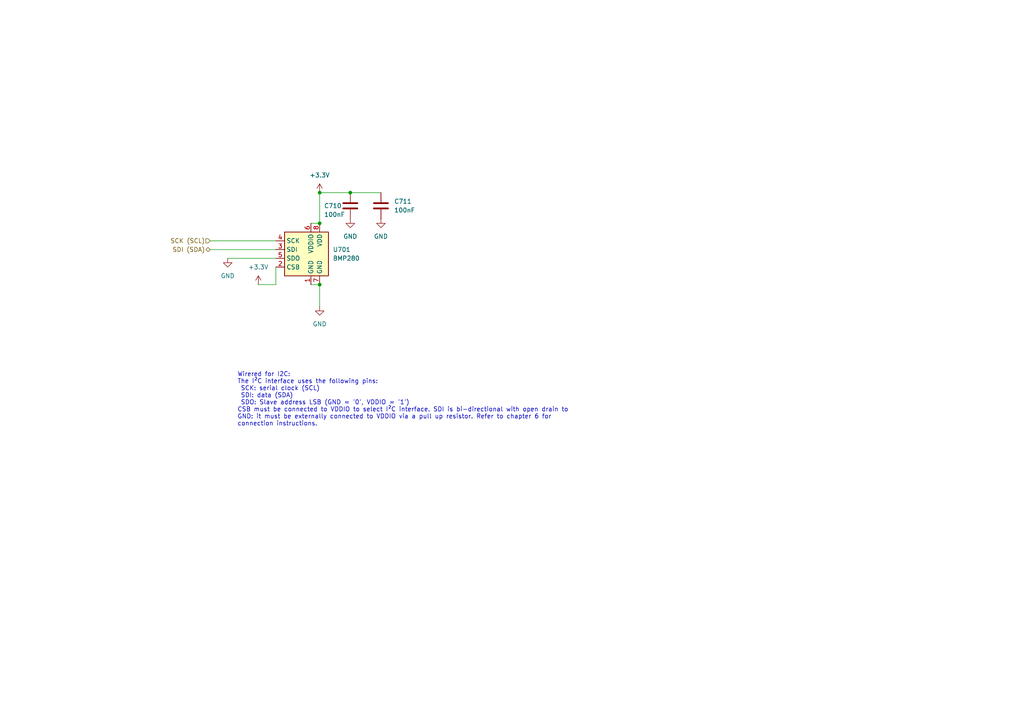
<source format=kicad_sch>
(kicad_sch (version 20250114) (generator "eeschema") (generator_version "9.0")
  (paper "A4")
  (lib_symbols
    (symbol "Device:C" (pin_numbers (hide yes)) (pin_names (offset 0.254))
      (property "Reference" "C" (at 0.635 2.54 0))
      (property "Value" "C" (at 0.635 -2.54 0))
      (symbol "C_0_1"
        (polyline (pts (xy -2.032 0.762) (xy 2.032 0.762)) (stroke (width 0.508)))
        (polyline (pts (xy -2.032 -0.762) (xy 2.032 -0.762)) (stroke (width 0.508)))
      )
      (symbol "C_1_1"
        (pin passive line (at 0 3.81 270) (length 2.794) (name "~") (number "1"))
        (pin passive line (at 0 -3.81 90) (length 2.794) (name "~") (number "2"))
      )
    )
    (symbol "Sensor_Pressure:BMP280"
      (property "Reference" "U" (at -7.62 10.16 0))
      (property "Value" "BMP280" (at 5.08 10.16 0))
      (symbol "BMP280_0_1"
        (rectangle (start -7.62 -5.08) (end 5.08 7.62) (stroke (width 0.254)) (fill (type background)))
      )
      (symbol "BMP280_1_1"
        (pin input line (at -10.16 5.08 0) (length 2.54) (name "SCK") (number "4"))
        (pin bidirectional line (at -10.16 2.54 0) (length 2.54) (name "SDI") (number "3"))
        (pin bidirectional line (at -10.16 0 0) (length 2.54) (name "SDO") (number "5"))
        (pin input line (at -10.16 -2.54 0) (length 2.54) (name "CSB") (number "2"))
        (pin power_in line (at 0 10.16 270) (length 2.54) (name "VDDIO") (number "6"))
        (pin power_in line (at 0 -7.62 90) (length 2.54) (name "GND") (number "1"))
        (pin power_in line (at 2.54 10.16 270) (length 2.54) (name "VDD") (number "8"))
        (pin power_in line (at 2.54 -7.62 90) (length 2.54) (name "GND") (number "7"))
      )
    )
    (symbol "power:+3.3V" (power) (pin_numbers (hide yes)) (pin_names (offset 0) (hide yes))
      (property "Value" "+3.3V" (at 0 3.556 0))
      (symbol "+3.3V_0_1"
        (polyline (pts (xy -0.762 1.27) (xy 0 2.54)))
        (polyline (pts (xy 0 2.54) (xy 0.762 1.27)))
        (polyline (pts (xy 0 0) (xy 0 2.54)))
      )
      (symbol "+3.3V_1_1"
        (pin power_in line (at 0 0 90) (length 0) (name "~") (number "1"))
      )
    )
    (symbol "power:GND" (power) (pin_numbers (hide yes)) (pin_names (offset 0) (hide yes))
      (property "Value" "GND" (at 0 -3.81 0))
      (symbol "GND_0_1"
        (polyline (pts (xy 0 0) (xy 0 -1.27) (xy 1.27 -1.27) (xy 0 -2.54) (xy -1.27 -1.27) (xy 0 -1.27)))
      )
      (symbol "GND_1_1"
        (pin power_in line (at 0 0 270) (length 0) (name "~") (number "1"))
      )
    )
  )
  (text "Wirered for I2C:\nThe I²C interface uses the following pins:\n SCK: serial clock (SCL)\n SDI: data (SDA)\n SDO: Slave address LSB (GND = '0', VDDIO = '1')\nCSB must be connected to VDDIO to select I²C interface. SDI is bi-directional with open drain to\nGND: it must be externally connected to VDDIO via a pull up resistor. Refer to chapter 6 for\nconnection instructions. " (at 68.834 115.824 0) (effects (font (size 1.27 1.27)) (justify left)))
  (junction (at 92.71 82.55))
  (junction (at 101.6 55.88))
  (junction (at 92.71 55.88))
  (junction (at 92.71 64.77))
  (wire (pts (xy 90.17 64.77) (xy 92.71 64.77)))
  (wire (pts (xy 80.01 82.55) (xy 80.01 77.47)))
  (wire (pts (xy 92.71 55.88) (xy 92.71 64.77)))
  (wire (pts (xy 66.04 74.93) (xy 80.01 74.93)))
  (wire (pts (xy 92.71 55.88) (xy 101.6 55.88)))
  (wire (pts (xy 60.96 72.39) (xy 80.01 72.39)))
  (wire (pts (xy 74.93 82.55) (xy 80.01 82.55)))
  (wire (pts (xy 101.6 55.88) (xy 110.49 55.88)))
  (wire (pts (xy 92.71 88.9) (xy 92.71 82.55)))
  (wire (pts (xy 90.17 82.55) (xy 92.71 82.55)))
  (wire (pts (xy 60.96 69.85) (xy 80.01 69.85)))
  (hierarchical_label "SDI (SDA)" (shape bidirectional) (at 60.96 72.39 180))
  (hierarchical_label "SCK (SCL)" (shape input) (at 60.96 69.85 180))
  (symbol (lib_id "power:GND") (at 66.04 74.93 0) (unit 1)
    (property "Reference" "#PWR0720" (effects (hide yes)))
    (property "Value" "GND" (at 66.04 80.01 0))
    (property "Description" "Power symbol creates a global label with name \"GND\" , ground" (effects (hide yes)))
  )
  (symbol (lib_id "power:GND") (at 110.49 63.5 0) (unit 1)
    (property "Reference" "#PWR0725" (effects (hide yes)))
    (property "Value" "GND" (at 110.49 68.58 0))
    (property "Description" "Power symbol creates a global label with name \"GND\" , ground" (effects (hide yes)))
  )
  (symbol (lib_id "Sensor_Pressure:BMP280") (at 90.17 74.93 0) (unit 1)
    (property "Reference" "U701" (at 96.52 72.3899 0) (effects (justify left)))
    (property "Value" "BMP280" (at 96.52 74.9299 0) (effects (justify left)))
    (property "Footprint" "Package_LGA:Bosch_LGA-8_2x2.5mm_P0.65mm_ClockwisePinNumbering" (effects (hide yes)))
    (property "Datasheet" "https://ae-bst.resource.bosch.com/media/_tech/media/datasheets/BST-BMP280-DS001.pdf" (effects (hide yes)))
    (property "Description" "Absolute Barometric Pressure Sensor, LGA-8" (effects (hide yes)))
    (property "Manufacturer" "Bosch Sensortec" (effects (hide yes)))
    (property "DigiKey" "828-1064-2-ND" (effects (hide yes)))
    (property "PN" "BMP280" (effects (hide yes)))
  )
  (symbol (lib_id "Device:C") (at 101.6 59.69 0) (unit 1)
    (property "Reference" "C710" (at 93.98 59.69 0) (effects (justify left)))
    (property "Value" "100nF" (at 93.98 62.23 0) (effects (justify left)))
    (property "Footprint" "Capacitor_SMD:C_0402_1005Metric_Pad0.74x0.62mm_HandSolder" (effects (hide yes)))
    (property "Description" "Unpolarized capacitor" (effects (hide yes)))
  )
  (symbol (lib_id "power:GND") (at 101.6 63.5 0) (unit 1)
    (property "Reference" "#PWR0724" (effects (hide yes)))
    (property "Value" "GND" (at 101.6 68.58 0))
    (property "Description" "Power symbol creates a global label with name \"GND\" , ground" (effects (hide yes)))
  )
  (symbol (lib_id "power:+3.3V") (at 74.93 82.55 0) (unit 1)
    (property "Reference" "#PWR0721" (effects (hide yes)))
    (property "Value" "+3.3V" (at 74.93 77.47 0))
    (property "Description" "Power symbol creates a global label with name \"+3.3V\"" (effects (hide yes)))
  )
  (symbol (lib_id "Device:C") (at 110.49 59.69 0) (unit 1)
    (property "Reference" "C711" (at 114.3 58.4199 0) (effects (justify left)))
    (property "Value" "100nF" (at 114.3 60.9599 0) (effects (justify left)))
    (property "Footprint" "Capacitor_SMD:C_0402_1005Metric_Pad0.74x0.62mm_HandSolder" (effects (hide yes)))
    (property "Description" "Unpolarized capacitor" (effects (hide yes)))
  )
  (symbol (lib_id "power:+3.3V") (at 92.71 55.88 0) (unit 1)
    (property "Reference" "#PWR0722" (effects (hide yes)))
    (property "Value" "+3.3V" (at 92.71 50.8 0))
    (property "Description" "Power symbol creates a global label with name \"+3.3V\"" (effects (hide yes)))
  )
  (symbol (lib_id "power:GND") (at 92.71 88.9 0) (unit 1)
    (property "Reference" "#PWR0723" (effects (hide yes)))
    (property "Value" "GND" (at 92.71 93.98 0))
    (property "Description" "Power symbol creates a global label with name \"GND\" , ground" (effects (hide yes)))
  )
)
</source>
